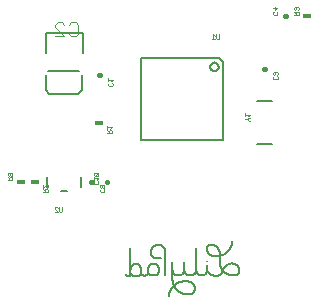
<source format=gbr>
G04 EAGLE Gerber RS-274X export*
G75*
%MOMM*%
%FSLAX34Y34*%
%LPD*%
%INSilkscreen Bottom*%
%IPPOS*%
%AMOC8*
5,1,8,0,0,1.08239X$1,22.5*%
G01*
%ADD10C,0.152400*%
%ADD11C,0.025400*%
%ADD12R,0.711200X0.406400*%
%ADD13C,0.406400*%
%ADD14C,0.203200*%
%ADD15C,0.101600*%


D10*
X-35050Y35050D02*
X-35050Y-35050D01*
X35050Y-35050D01*
X35050Y31500D01*
X31500Y35050D02*
X-35050Y35050D01*
X31500Y35050D02*
X35050Y31500D01*
X23840Y27432D02*
X23842Y27551D01*
X23848Y27671D01*
X23858Y27790D01*
X23872Y27908D01*
X23890Y28026D01*
X23911Y28144D01*
X23937Y28260D01*
X23966Y28376D01*
X24000Y28491D01*
X24037Y28604D01*
X24078Y28716D01*
X24122Y28827D01*
X24170Y28937D01*
X24222Y29044D01*
X24277Y29150D01*
X24336Y29254D01*
X24399Y29356D01*
X24464Y29455D01*
X24533Y29553D01*
X24605Y29648D01*
X24680Y29741D01*
X24759Y29831D01*
X24840Y29919D01*
X24924Y30003D01*
X25011Y30085D01*
X25100Y30164D01*
X25192Y30240D01*
X25287Y30313D01*
X25384Y30383D01*
X25483Y30449D01*
X25585Y30512D01*
X25688Y30572D01*
X25793Y30628D01*
X25900Y30681D01*
X26009Y30730D01*
X26120Y30776D01*
X26232Y30817D01*
X26345Y30855D01*
X26459Y30890D01*
X26575Y30920D01*
X26691Y30947D01*
X26808Y30969D01*
X26926Y30988D01*
X27045Y31003D01*
X27164Y31014D01*
X27283Y31021D01*
X27402Y31024D01*
X27522Y31023D01*
X27641Y31018D01*
X27760Y31009D01*
X27879Y30996D01*
X27997Y30979D01*
X28114Y30959D01*
X28231Y30934D01*
X28347Y30905D01*
X28462Y30873D01*
X28576Y30837D01*
X28689Y30797D01*
X28800Y30753D01*
X28909Y30706D01*
X29017Y30655D01*
X29124Y30601D01*
X29228Y30543D01*
X29330Y30481D01*
X29431Y30417D01*
X29529Y30348D01*
X29625Y30277D01*
X29718Y30203D01*
X29809Y30125D01*
X29897Y30045D01*
X29982Y29961D01*
X30065Y29875D01*
X30145Y29786D01*
X30222Y29695D01*
X30295Y29601D01*
X30366Y29504D01*
X30433Y29406D01*
X30497Y29305D01*
X30558Y29202D01*
X30615Y29097D01*
X30668Y28991D01*
X30718Y28882D01*
X30765Y28772D01*
X30807Y28661D01*
X30846Y28548D01*
X30882Y28434D01*
X30913Y28318D01*
X30940Y28202D01*
X30964Y28085D01*
X30984Y27967D01*
X31000Y27849D01*
X31012Y27730D01*
X31020Y27611D01*
X31024Y27492D01*
X31024Y27372D01*
X31020Y27253D01*
X31012Y27134D01*
X31000Y27015D01*
X30984Y26897D01*
X30964Y26779D01*
X30940Y26662D01*
X30913Y26546D01*
X30882Y26430D01*
X30846Y26316D01*
X30807Y26203D01*
X30765Y26092D01*
X30718Y25982D01*
X30668Y25873D01*
X30615Y25767D01*
X30558Y25662D01*
X30497Y25559D01*
X30433Y25458D01*
X30366Y25360D01*
X30295Y25263D01*
X30222Y25169D01*
X30145Y25078D01*
X30065Y24989D01*
X29982Y24903D01*
X29897Y24819D01*
X29809Y24739D01*
X29718Y24661D01*
X29625Y24587D01*
X29529Y24516D01*
X29431Y24447D01*
X29330Y24383D01*
X29228Y24321D01*
X29124Y24263D01*
X29017Y24209D01*
X28909Y24158D01*
X28800Y24111D01*
X28689Y24067D01*
X28576Y24027D01*
X28462Y23991D01*
X28347Y23959D01*
X28231Y23930D01*
X28114Y23905D01*
X27997Y23885D01*
X27879Y23868D01*
X27760Y23855D01*
X27641Y23846D01*
X27522Y23841D01*
X27402Y23840D01*
X27283Y23843D01*
X27164Y23850D01*
X27045Y23861D01*
X26926Y23876D01*
X26808Y23895D01*
X26691Y23917D01*
X26575Y23944D01*
X26459Y23974D01*
X26345Y24009D01*
X26232Y24047D01*
X26120Y24088D01*
X26009Y24134D01*
X25900Y24183D01*
X25793Y24236D01*
X25688Y24292D01*
X25585Y24352D01*
X25483Y24415D01*
X25384Y24481D01*
X25287Y24551D01*
X25192Y24624D01*
X25100Y24700D01*
X25011Y24779D01*
X24924Y24861D01*
X24840Y24945D01*
X24759Y25033D01*
X24680Y25123D01*
X24605Y25216D01*
X24533Y25311D01*
X24464Y25409D01*
X24399Y25508D01*
X24336Y25610D01*
X24277Y25714D01*
X24222Y25820D01*
X24170Y25927D01*
X24122Y26037D01*
X24078Y26148D01*
X24037Y26260D01*
X24000Y26373D01*
X23966Y26488D01*
X23937Y26604D01*
X23911Y26720D01*
X23890Y26838D01*
X23872Y26956D01*
X23858Y27074D01*
X23848Y27193D01*
X23842Y27313D01*
X23840Y27432D01*
D11*
X31623Y51563D02*
X31623Y54740D01*
X31623Y51563D02*
X30987Y50927D01*
X29716Y50927D01*
X29081Y51563D01*
X29081Y54740D01*
X27881Y53469D02*
X26610Y54740D01*
X26610Y50927D01*
X27881Y50927D02*
X25339Y50927D01*
D12*
X-70300Y-20000D03*
D11*
X-63188Y-28763D02*
X-59375Y-28763D01*
X-59375Y-26856D01*
X-60010Y-26221D01*
X-61281Y-26221D01*
X-61917Y-26856D01*
X-61917Y-28763D01*
X-61917Y-27492D02*
X-63188Y-26221D01*
X-60646Y-25021D02*
X-59375Y-23750D01*
X-63188Y-23750D01*
X-63188Y-25021D02*
X-63188Y-22479D01*
D12*
X105900Y70000D03*
D11*
X98791Y71533D02*
X94978Y71533D01*
X98791Y71533D02*
X98791Y73439D01*
X98156Y74075D01*
X96885Y74075D01*
X96249Y73439D01*
X96249Y71533D01*
X96249Y72804D02*
X94978Y74075D01*
X98156Y75275D02*
X98791Y75910D01*
X98791Y77182D01*
X98156Y77817D01*
X97520Y77817D01*
X96885Y77182D01*
X96885Y76546D01*
X96885Y77182D02*
X96249Y77817D01*
X95614Y77817D01*
X94978Y77182D01*
X94978Y75910D01*
X95614Y75275D01*
D13*
X-69395Y20000D02*
X-70005Y20000D01*
D11*
X-59410Y13779D02*
X-58775Y13144D01*
X-58775Y11873D01*
X-59410Y11237D01*
X-61952Y11237D01*
X-62588Y11873D01*
X-62588Y13144D01*
X-61952Y13779D01*
X-60046Y14979D02*
X-58775Y16250D01*
X-62588Y16250D01*
X-62588Y14979D02*
X-62588Y17521D01*
D14*
X-84000Y39000D02*
X-84000Y56000D01*
X-115500Y56000D01*
X-115500Y39000D01*
X-84500Y20000D02*
X-84500Y8000D01*
X-88000Y4000D01*
X-112500Y4000D01*
X-115500Y8000D01*
X-115500Y20000D01*
X-115500Y8000D01*
X-113110Y23910D02*
X-87140Y23910D01*
D15*
X-95604Y62953D02*
X-93655Y64902D01*
X-89757Y64902D01*
X-87808Y62953D01*
X-87808Y55157D01*
X-89757Y53208D01*
X-93655Y53208D01*
X-95604Y55157D01*
X-99502Y53208D02*
X-107298Y53208D01*
X-99502Y53208D02*
X-107298Y61004D01*
X-107298Y62953D01*
X-105349Y64902D01*
X-101451Y64902D01*
X-99502Y62953D01*
D13*
X69695Y25400D02*
X70305Y25400D01*
D11*
X80290Y19179D02*
X80925Y18544D01*
X80925Y17273D01*
X80290Y16637D01*
X77748Y16637D01*
X77112Y17273D01*
X77112Y18544D01*
X77748Y19179D01*
X80290Y20379D02*
X80925Y21015D01*
X80925Y22286D01*
X80290Y22921D01*
X79654Y22921D01*
X79019Y22286D01*
X79019Y21650D01*
X79019Y22286D02*
X78383Y22921D01*
X77748Y22921D01*
X77112Y22286D01*
X77112Y21015D01*
X77748Y20379D01*
D14*
X76500Y-38000D02*
X63500Y-38000D01*
X63500Y-2000D02*
X76500Y-2000D01*
D11*
X57176Y-18467D02*
X56541Y-18467D01*
X55270Y-17196D01*
X56541Y-15925D01*
X57176Y-15925D01*
X55270Y-17196D02*
X53363Y-17196D01*
X55905Y-14725D02*
X57176Y-13454D01*
X53363Y-13454D01*
X53363Y-14725D02*
X53363Y-12183D01*
D13*
X87495Y70000D02*
X88105Y70000D01*
D11*
X80691Y73439D02*
X80056Y74075D01*
X80691Y73439D02*
X80691Y72168D01*
X80056Y71533D01*
X77514Y71533D01*
X76878Y72168D01*
X76878Y73439D01*
X77514Y74075D01*
X76878Y77182D02*
X80691Y77182D01*
X78785Y75275D01*
X78785Y77817D01*
D13*
X-76295Y-70000D02*
X-76905Y-70000D01*
D11*
X-66310Y-76221D02*
X-65675Y-76856D01*
X-65675Y-78127D01*
X-66310Y-78763D01*
X-68852Y-78763D01*
X-69488Y-78127D01*
X-69488Y-76856D01*
X-68852Y-76221D01*
X-68852Y-75021D02*
X-69488Y-74385D01*
X-69488Y-73114D01*
X-68852Y-72479D01*
X-66310Y-72479D01*
X-65675Y-73114D01*
X-65675Y-74385D01*
X-66310Y-75021D01*
X-66946Y-75021D01*
X-67581Y-74385D01*
X-67581Y-72479D01*
D13*
X-63905Y-70000D02*
X-63295Y-70000D01*
D11*
X-70709Y-70303D02*
X-71344Y-69667D01*
X-70709Y-70303D02*
X-70709Y-71574D01*
X-71344Y-72209D01*
X-73886Y-72209D01*
X-74522Y-71574D01*
X-74522Y-70303D01*
X-73886Y-69667D01*
X-71980Y-68467D02*
X-70709Y-67196D01*
X-74522Y-67196D01*
X-74522Y-68467D02*
X-74522Y-65925D01*
X-73886Y-64725D02*
X-71344Y-64725D01*
X-70709Y-64090D01*
X-70709Y-62818D01*
X-71344Y-62183D01*
X-73886Y-62183D01*
X-74522Y-62818D01*
X-74522Y-64090D01*
X-73886Y-64725D01*
X-71344Y-62183D01*
D12*
X-136600Y-70000D03*
D11*
X-143709Y-68467D02*
X-147522Y-68467D01*
X-143709Y-68467D02*
X-143709Y-66561D01*
X-144344Y-65925D01*
X-145615Y-65925D01*
X-146251Y-66561D01*
X-146251Y-68467D01*
X-146251Y-67196D02*
X-147522Y-65925D01*
X-146886Y-64725D02*
X-147522Y-64090D01*
X-147522Y-62818D01*
X-146886Y-62183D01*
X-144344Y-62183D01*
X-143709Y-62818D01*
X-143709Y-64090D01*
X-144344Y-64725D01*
X-144980Y-64725D01*
X-145615Y-64090D01*
X-145615Y-62183D01*
D14*
X-85776Y-65706D02*
X-85776Y-74294D01*
X-114224Y-74294D02*
X-114224Y-65706D01*
X-102684Y-78104D02*
X-97316Y-78104D01*
D11*
X-101533Y-91714D02*
X-101533Y-94891D01*
X-102168Y-95527D01*
X-103439Y-95527D01*
X-104075Y-94891D01*
X-104075Y-91714D01*
X-105275Y-95527D02*
X-107817Y-95527D01*
X-105275Y-95527D02*
X-107817Y-92985D01*
X-107817Y-92349D01*
X-107182Y-91714D01*
X-105910Y-91714D01*
X-105275Y-92349D01*
D12*
X-124600Y-70000D03*
D11*
X-117488Y-78763D02*
X-113675Y-78763D01*
X-113675Y-76856D01*
X-114310Y-76221D01*
X-115581Y-76221D01*
X-116217Y-76856D01*
X-116217Y-78763D01*
X-116217Y-77492D02*
X-117488Y-76221D01*
X-117488Y-75021D02*
X-117488Y-72479D01*
X-117488Y-75021D02*
X-114946Y-72479D01*
X-114310Y-72479D01*
X-113675Y-73114D01*
X-113675Y-74385D01*
X-114310Y-75021D01*
D14*
X-14100Y-128350D02*
X-14100Y-149350D01*
X-14100Y-128350D02*
X-14115Y-128204D01*
X-14134Y-128058D01*
X-14157Y-127913D01*
X-14184Y-127768D01*
X-14215Y-127624D01*
X-14249Y-127481D01*
X-14288Y-127339D01*
X-14330Y-127199D01*
X-14375Y-127059D01*
X-14425Y-126920D01*
X-14478Y-126783D01*
X-14535Y-126648D01*
X-14595Y-126514D01*
X-14659Y-126381D01*
X-14727Y-126251D01*
X-14798Y-126122D01*
X-14872Y-125995D01*
X-14950Y-125870D01*
X-15031Y-125747D01*
X-15115Y-125627D01*
X-15202Y-125509D01*
X-15293Y-125393D01*
X-15386Y-125279D01*
X-15483Y-125168D01*
X-15582Y-125060D01*
X-15685Y-124955D01*
X-15790Y-124852D01*
X-15898Y-124752D01*
X-16008Y-124655D01*
X-16121Y-124560D01*
X-16236Y-124469D01*
X-16354Y-124381D01*
X-16474Y-124297D01*
X-16597Y-124215D01*
X-16721Y-124137D01*
X-16848Y-124062D01*
X-16976Y-123990D01*
X-17106Y-123922D01*
X-17238Y-123857D01*
X-17372Y-123796D01*
X-17508Y-123739D01*
X-17644Y-123685D01*
X-17783Y-123635D01*
X-17922Y-123588D01*
X-18063Y-123545D01*
X-18204Y-123506D01*
X-18347Y-123471D01*
X-18491Y-123440D01*
X-18635Y-123412D01*
X-18780Y-123388D01*
X-18926Y-123368D01*
X-19072Y-123352D01*
X-19219Y-123340D01*
X-19366Y-123332D01*
X-19513Y-123328D01*
X-19660Y-123327D01*
X-19807Y-123331D01*
X-19953Y-123338D01*
X-20100Y-123350D01*
X-20246Y-123338D01*
X-20393Y-123331D01*
X-20540Y-123327D01*
X-20687Y-123328D01*
X-20834Y-123332D01*
X-20981Y-123340D01*
X-21128Y-123352D01*
X-21274Y-123368D01*
X-21419Y-123388D01*
X-21565Y-123412D01*
X-21709Y-123440D01*
X-21853Y-123471D01*
X-21995Y-123506D01*
X-22137Y-123545D01*
X-22278Y-123588D01*
X-22417Y-123635D01*
X-22555Y-123685D01*
X-22692Y-123739D01*
X-22827Y-123796D01*
X-22961Y-123858D01*
X-23093Y-123922D01*
X-23224Y-123990D01*
X-23352Y-124062D01*
X-23478Y-124137D01*
X-23603Y-124215D01*
X-23725Y-124297D01*
X-23845Y-124382D01*
X-23963Y-124470D01*
X-24079Y-124561D01*
X-24192Y-124655D01*
X-24302Y-124752D01*
X-24410Y-124852D01*
X-24515Y-124955D01*
X-24617Y-125060D01*
X-24717Y-125169D01*
X-24813Y-125280D01*
X-24907Y-125393D01*
X-24997Y-125509D01*
X-25085Y-125627D01*
X-25169Y-125748D01*
X-25250Y-125870D01*
X-25327Y-125995D01*
X-25402Y-126122D01*
X-25473Y-126251D01*
X-25540Y-126381D01*
X-25604Y-126514D01*
X-25665Y-126648D01*
X-25721Y-126783D01*
X-25775Y-126921D01*
X-25824Y-127059D01*
X-25870Y-127199D01*
X-25912Y-127340D01*
X-25951Y-127481D01*
X-25985Y-127624D01*
X-26016Y-127768D01*
X-26043Y-127913D01*
X-26066Y-128058D01*
X-26085Y-128204D01*
X-26100Y-128350D01*
X-26100Y-130350D01*
X-26091Y-130486D01*
X-26078Y-130621D01*
X-26061Y-130756D01*
X-26041Y-130890D01*
X-26016Y-131023D01*
X-25988Y-131156D01*
X-25956Y-131288D01*
X-25920Y-131419D01*
X-25881Y-131549D01*
X-25837Y-131678D01*
X-25790Y-131806D01*
X-25740Y-131932D01*
X-25686Y-132056D01*
X-25628Y-132179D01*
X-25567Y-132301D01*
X-25502Y-132420D01*
X-25434Y-132538D01*
X-25363Y-132653D01*
X-25289Y-132767D01*
X-25211Y-132878D01*
X-25130Y-132988D01*
X-25046Y-133094D01*
X-24959Y-133199D01*
X-24869Y-133300D01*
X-24776Y-133400D01*
X-24680Y-133496D01*
X-24582Y-133590D01*
X-24481Y-133681D01*
X-24378Y-133769D01*
X-24272Y-133854D01*
X-24163Y-133936D01*
X-24053Y-134014D01*
X-23940Y-134090D01*
X-23825Y-134162D01*
X-23708Y-134231D01*
X-23589Y-134297D01*
X-23468Y-134359D01*
X-23345Y-134418D01*
X-23221Y-134473D01*
X-23096Y-134525D01*
X-22969Y-134573D01*
X-22840Y-134617D01*
X-22711Y-134658D01*
X-22580Y-134695D01*
X-22448Y-134728D01*
X-22316Y-134758D01*
X-22182Y-134783D01*
X-22048Y-134805D01*
X-21914Y-134823D01*
X-21778Y-134838D01*
X-21643Y-134848D01*
X-21507Y-134854D01*
X-21371Y-134857D01*
X-21236Y-134856D01*
X-21100Y-134850D01*
X-18100Y-134850D01*
X-28600Y-145350D02*
X-28615Y-145467D01*
X-28626Y-145585D01*
X-28633Y-145703D01*
X-28636Y-145821D01*
X-28635Y-145939D01*
X-28630Y-146057D01*
X-28621Y-146175D01*
X-28608Y-146293D01*
X-28591Y-146409D01*
X-28571Y-146526D01*
X-28546Y-146641D01*
X-28518Y-146756D01*
X-28486Y-146870D01*
X-28450Y-146982D01*
X-28410Y-147094D01*
X-28367Y-147204D01*
X-28320Y-147312D01*
X-28269Y-147419D01*
X-28215Y-147524D01*
X-28157Y-147627D01*
X-28096Y-147728D01*
X-28032Y-147827D01*
X-27964Y-147924D01*
X-27893Y-148019D01*
X-27819Y-148111D01*
X-27742Y-148200D01*
X-27662Y-148287D01*
X-27579Y-148371D01*
X-27493Y-148453D01*
X-27405Y-148531D01*
X-27314Y-148607D01*
X-27221Y-148679D01*
X-27125Y-148749D01*
X-27027Y-148815D01*
X-26927Y-148877D01*
X-26825Y-148937D01*
X-26721Y-148993D01*
X-26615Y-149045D01*
X-26507Y-149094D01*
X-26398Y-149139D01*
X-26287Y-149181D01*
X-26175Y-149219D01*
X-26062Y-149253D01*
X-25948Y-149283D01*
X-25833Y-149309D01*
X-25717Y-149332D01*
X-25600Y-149350D01*
X-23600Y-149350D01*
X-23469Y-149334D01*
X-23339Y-149314D01*
X-23210Y-149290D01*
X-23081Y-149262D01*
X-22953Y-149230D01*
X-22826Y-149195D01*
X-22700Y-149156D01*
X-22576Y-149114D01*
X-22452Y-149068D01*
X-22330Y-149018D01*
X-22210Y-148965D01*
X-22091Y-148908D01*
X-21974Y-148848D01*
X-21858Y-148784D01*
X-21745Y-148717D01*
X-21633Y-148647D01*
X-21524Y-148574D01*
X-21417Y-148497D01*
X-21312Y-148418D01*
X-21209Y-148335D01*
X-21109Y-148250D01*
X-21012Y-148161D01*
X-20917Y-148070D01*
X-20824Y-147976D01*
X-20735Y-147879D01*
X-20648Y-147780D01*
X-20564Y-147679D01*
X-20483Y-147575D01*
X-20406Y-147468D01*
X-20331Y-147360D01*
X-20260Y-147249D01*
X-20192Y-147136D01*
X-20127Y-147022D01*
X-20065Y-146905D01*
X-20007Y-146787D01*
X-19953Y-146667D01*
X-19902Y-146546D01*
X-19854Y-146423D01*
X-19810Y-146299D01*
X-19770Y-146173D01*
X-19733Y-146047D01*
X-19700Y-145919D01*
X-19671Y-145791D01*
X-19645Y-145662D01*
X-19624Y-145532D01*
X-19606Y-145401D01*
X-19592Y-145270D01*
X-19581Y-145139D01*
X-19575Y-145007D01*
X-19572Y-144876D01*
X-19573Y-144744D01*
X-19578Y-144612D01*
X-19587Y-144481D01*
X-19600Y-144350D01*
X-19587Y-144219D01*
X-19578Y-144088D01*
X-19573Y-143956D01*
X-19572Y-143824D01*
X-19575Y-143693D01*
X-19581Y-143561D01*
X-19592Y-143430D01*
X-19606Y-143299D01*
X-19624Y-143168D01*
X-19645Y-143038D01*
X-19671Y-142909D01*
X-19700Y-142781D01*
X-19733Y-142653D01*
X-19770Y-142527D01*
X-19810Y-142401D01*
X-19854Y-142277D01*
X-19902Y-142154D01*
X-19953Y-142033D01*
X-20007Y-141913D01*
X-20065Y-141795D01*
X-20127Y-141678D01*
X-20192Y-141564D01*
X-20260Y-141451D01*
X-20331Y-141340D01*
X-20406Y-141232D01*
X-20483Y-141125D01*
X-20564Y-141021D01*
X-20648Y-140920D01*
X-20735Y-140821D01*
X-20824Y-140724D01*
X-20917Y-140630D01*
X-21012Y-140539D01*
X-21109Y-140450D01*
X-21209Y-140365D01*
X-21312Y-140282D01*
X-21417Y-140203D01*
X-21524Y-140126D01*
X-21633Y-140053D01*
X-21745Y-139983D01*
X-21858Y-139916D01*
X-21974Y-139852D01*
X-22091Y-139792D01*
X-22210Y-139735D01*
X-22330Y-139682D01*
X-22452Y-139632D01*
X-22576Y-139586D01*
X-22700Y-139544D01*
X-22826Y-139505D01*
X-22953Y-139470D01*
X-23081Y-139438D01*
X-23210Y-139410D01*
X-23339Y-139386D01*
X-23469Y-139366D01*
X-23600Y-139350D01*
X-24600Y-139350D01*
X-24726Y-139352D01*
X-24851Y-139358D01*
X-24976Y-139368D01*
X-25101Y-139382D01*
X-25226Y-139399D01*
X-25350Y-139421D01*
X-25473Y-139446D01*
X-25595Y-139476D01*
X-25716Y-139509D01*
X-25836Y-139546D01*
X-25955Y-139586D01*
X-26072Y-139631D01*
X-26189Y-139679D01*
X-26303Y-139731D01*
X-26416Y-139786D01*
X-26527Y-139845D01*
X-26636Y-139907D01*
X-26743Y-139973D01*
X-26848Y-140042D01*
X-26951Y-140114D01*
X-27052Y-140189D01*
X-27150Y-140268D01*
X-27245Y-140350D01*
X-27338Y-140434D01*
X-27428Y-140522D01*
X-27516Y-140612D01*
X-27600Y-140705D01*
X-27682Y-140800D01*
X-27761Y-140898D01*
X-27836Y-140999D01*
X-27908Y-141102D01*
X-27977Y-141207D01*
X-28043Y-141314D01*
X-28105Y-141423D01*
X-28164Y-141534D01*
X-28219Y-141647D01*
X-28271Y-141761D01*
X-28319Y-141878D01*
X-28364Y-141995D01*
X-28404Y-142114D01*
X-28441Y-142234D01*
X-28474Y-142355D01*
X-28504Y-142477D01*
X-28529Y-142600D01*
X-28551Y-142724D01*
X-28568Y-142849D01*
X-28582Y-142974D01*
X-28592Y-143099D01*
X-28598Y-143224D01*
X-28600Y-143350D01*
X-28600Y-145350D01*
X-28577Y-145461D01*
X-28557Y-145574D01*
X-28541Y-145686D01*
X-28529Y-145800D01*
X-28520Y-145913D01*
X-28516Y-146027D01*
X-28515Y-146141D01*
X-28519Y-146255D01*
X-28526Y-146368D01*
X-28537Y-146482D01*
X-28552Y-146595D01*
X-28571Y-146707D01*
X-28593Y-146818D01*
X-28620Y-146929D01*
X-28650Y-147039D01*
X-28684Y-147148D01*
X-28721Y-147255D01*
X-28763Y-147361D01*
X-28808Y-147466D01*
X-28856Y-147569D01*
X-28908Y-147670D01*
X-28963Y-147770D01*
X-29022Y-147868D01*
X-29084Y-147963D01*
X-29149Y-148056D01*
X-29218Y-148147D01*
X-29289Y-148236D01*
X-29363Y-148322D01*
X-29441Y-148406D01*
X-29521Y-148487D01*
X-29604Y-148565D01*
X-29689Y-148640D01*
X-29777Y-148713D01*
X-29868Y-148782D01*
X-29960Y-148848D01*
X-30055Y-148911D01*
X-30152Y-148970D01*
X-30251Y-149027D01*
X-30352Y-149080D01*
X-30455Y-149129D01*
X-30559Y-149175D01*
X-30665Y-149217D01*
X-30772Y-149256D01*
X-30880Y-149291D01*
X-30990Y-149322D01*
X-31100Y-149350D01*
X-31203Y-149376D01*
X-31308Y-149398D01*
X-31413Y-149416D01*
X-31518Y-149431D01*
X-31624Y-149441D01*
X-31731Y-149448D01*
X-31837Y-149450D01*
X-31944Y-149448D01*
X-32050Y-149443D01*
X-32156Y-149433D01*
X-32262Y-149420D01*
X-32367Y-149403D01*
X-32472Y-149381D01*
X-32575Y-149356D01*
X-32678Y-149327D01*
X-32779Y-149294D01*
X-32879Y-149258D01*
X-32978Y-149217D01*
X-33075Y-149173D01*
X-33170Y-149126D01*
X-33264Y-149074D01*
X-33356Y-149020D01*
X-33445Y-148962D01*
X-33532Y-148901D01*
X-33617Y-148836D01*
X-33699Y-148768D01*
X-33779Y-148698D01*
X-33856Y-148624D01*
X-33931Y-148548D01*
X-34002Y-148469D01*
X-34070Y-148387D01*
X-34136Y-148303D01*
X-34198Y-148216D01*
X-34256Y-148127D01*
X-34312Y-148036D01*
X-34364Y-147943D01*
X-34412Y-147848D01*
X-34457Y-147751D01*
X-34498Y-147653D01*
X-34536Y-147553D01*
X-34570Y-147452D01*
X-34600Y-147350D01*
X-34600Y-146850D01*
X-34600Y-144350D01*
X-34594Y-144214D01*
X-34593Y-144078D01*
X-34596Y-143943D01*
X-34602Y-143807D01*
X-34612Y-143671D01*
X-34627Y-143536D01*
X-34645Y-143402D01*
X-34666Y-143268D01*
X-34692Y-143134D01*
X-34722Y-143002D01*
X-34755Y-142870D01*
X-34792Y-142739D01*
X-34833Y-142609D01*
X-34877Y-142481D01*
X-34925Y-142354D01*
X-34977Y-142228D01*
X-35032Y-142104D01*
X-35091Y-141982D01*
X-35153Y-141861D01*
X-35219Y-141742D01*
X-35288Y-141625D01*
X-35360Y-141510D01*
X-35435Y-141397D01*
X-35514Y-141286D01*
X-35596Y-141178D01*
X-35681Y-141072D01*
X-35769Y-140969D01*
X-35860Y-140868D01*
X-35954Y-140769D01*
X-36050Y-140674D01*
X-36149Y-140581D01*
X-36251Y-140491D01*
X-36355Y-140404D01*
X-36462Y-140320D01*
X-36571Y-140239D01*
X-36683Y-140161D01*
X-36796Y-140087D01*
X-36912Y-140015D01*
X-37030Y-139947D01*
X-37149Y-139883D01*
X-37271Y-139822D01*
X-37394Y-139764D01*
X-37518Y-139710D01*
X-37644Y-139659D01*
X-37772Y-139612D01*
X-37901Y-139569D01*
X-38031Y-139530D01*
X-38162Y-139494D01*
X-38294Y-139462D01*
X-38426Y-139434D01*
X-38560Y-139409D01*
X-38694Y-139388D01*
X-38829Y-139372D01*
X-38964Y-139359D01*
X-39100Y-139350D01*
X-39240Y-139366D01*
X-39380Y-139386D01*
X-39518Y-139410D01*
X-39657Y-139437D01*
X-39794Y-139469D01*
X-39930Y-139504D01*
X-40066Y-139544D01*
X-40200Y-139587D01*
X-40333Y-139633D01*
X-40465Y-139684D01*
X-40595Y-139738D01*
X-40723Y-139796D01*
X-40850Y-139857D01*
X-40975Y-139922D01*
X-41099Y-139990D01*
X-41220Y-140062D01*
X-41339Y-140137D01*
X-41456Y-140216D01*
X-41571Y-140297D01*
X-41684Y-140382D01*
X-41794Y-140470D01*
X-41901Y-140561D01*
X-42006Y-140656D01*
X-42108Y-140753D01*
X-42208Y-140852D01*
X-42305Y-140955D01*
X-42398Y-141060D01*
X-42489Y-141168D01*
X-42577Y-141278D01*
X-42661Y-141391D01*
X-42743Y-141506D01*
X-42821Y-141623D01*
X-42896Y-141743D01*
X-42967Y-141864D01*
X-43035Y-141988D01*
X-43100Y-142113D01*
X-43161Y-142240D01*
X-43218Y-142369D01*
X-43272Y-142499D01*
X-43322Y-142631D01*
X-43368Y-142764D01*
X-43411Y-142899D01*
X-43450Y-143034D01*
X-43485Y-143171D01*
X-43516Y-143308D01*
X-43543Y-143446D01*
X-43566Y-143585D01*
X-43586Y-143725D01*
X-43602Y-143865D01*
X-43613Y-144005D01*
X-43621Y-144146D01*
X-43625Y-144287D01*
X-43624Y-144428D01*
X-43620Y-144569D01*
X-43612Y-144710D01*
X-43600Y-144850D01*
X-43629Y-144973D01*
X-43654Y-145097D01*
X-43675Y-145221D01*
X-43692Y-145346D01*
X-43706Y-145472D01*
X-43715Y-145598D01*
X-43721Y-145724D01*
X-43723Y-145850D01*
X-43721Y-145976D01*
X-43715Y-146102D01*
X-43706Y-146228D01*
X-43692Y-146354D01*
X-43675Y-146479D01*
X-43654Y-146603D01*
X-43629Y-146727D01*
X-43600Y-146850D01*
X-43567Y-146973D01*
X-43531Y-147095D01*
X-43490Y-147216D01*
X-43446Y-147335D01*
X-43399Y-147453D01*
X-43347Y-147570D01*
X-43292Y-147685D01*
X-43234Y-147798D01*
X-43172Y-147909D01*
X-43107Y-148018D01*
X-43038Y-148126D01*
X-42966Y-148231D01*
X-42891Y-148333D01*
X-42813Y-148434D01*
X-42732Y-148532D01*
X-42647Y-148627D01*
X-42560Y-148720D01*
X-42470Y-148810D01*
X-42377Y-148897D01*
X-42282Y-148982D01*
X-42184Y-149063D01*
X-42083Y-149141D01*
X-41981Y-149216D01*
X-41876Y-149288D01*
X-41768Y-149357D01*
X-41659Y-149422D01*
X-41548Y-149484D01*
X-41435Y-149542D01*
X-41320Y-149597D01*
X-41203Y-149649D01*
X-41085Y-149696D01*
X-40966Y-149740D01*
X-40845Y-149781D01*
X-40723Y-149817D01*
X-40600Y-149850D01*
X-40471Y-149891D01*
X-40341Y-149928D01*
X-40209Y-149961D01*
X-40077Y-149991D01*
X-39944Y-150017D01*
X-39811Y-150039D01*
X-39676Y-150058D01*
X-39542Y-150072D01*
X-39407Y-150083D01*
X-39271Y-150090D01*
X-39136Y-150093D01*
X-39001Y-150092D01*
X-38865Y-150087D01*
X-38730Y-150079D01*
X-38595Y-150066D01*
X-38461Y-150050D01*
X-38327Y-150030D01*
X-38193Y-150006D01*
X-38061Y-149978D01*
X-37929Y-149946D01*
X-37798Y-149911D01*
X-37669Y-149872D01*
X-37540Y-149829D01*
X-37413Y-149783D01*
X-37287Y-149733D01*
X-37162Y-149679D01*
X-37040Y-149622D01*
X-36919Y-149562D01*
X-36799Y-149498D01*
X-36682Y-149430D01*
X-36566Y-149359D01*
X-36453Y-149285D01*
X-36341Y-149208D01*
X-36232Y-149128D01*
X-36126Y-149044D01*
X-36021Y-148958D01*
X-35920Y-148869D01*
X-35820Y-148776D01*
X-35724Y-148681D01*
X-35630Y-148584D01*
X-35539Y-148483D01*
X-35451Y-148380D01*
X-35366Y-148275D01*
X-35284Y-148167D01*
X-35205Y-148057D01*
X-35130Y-147944D01*
X-35057Y-147830D01*
X-34988Y-147714D01*
X-34922Y-147595D01*
X-34860Y-147475D01*
X-34801Y-147353D01*
X-34745Y-147229D01*
X-34693Y-147104D01*
X-34645Y-146978D01*
X-34600Y-146850D01*
X-43600Y-146850D02*
X-43600Y-147850D01*
X-43602Y-147937D01*
X-43608Y-148024D01*
X-43617Y-148111D01*
X-43630Y-148197D01*
X-43647Y-148283D01*
X-43668Y-148368D01*
X-43693Y-148451D01*
X-43721Y-148534D01*
X-43752Y-148615D01*
X-43787Y-148695D01*
X-43826Y-148773D01*
X-43868Y-148850D01*
X-43913Y-148925D01*
X-43962Y-148997D01*
X-44013Y-149068D01*
X-44068Y-149136D01*
X-44125Y-149201D01*
X-44186Y-149264D01*
X-44249Y-149325D01*
X-44314Y-149382D01*
X-44382Y-149437D01*
X-44453Y-149488D01*
X-44525Y-149537D01*
X-44600Y-149582D01*
X-44677Y-149624D01*
X-44755Y-149663D01*
X-44835Y-149698D01*
X-44916Y-149729D01*
X-44999Y-149757D01*
X-45082Y-149782D01*
X-45167Y-149803D01*
X-45253Y-149820D01*
X-45339Y-149833D01*
X-45426Y-149842D01*
X-45513Y-149848D01*
X-45600Y-149850D01*
X-45687Y-149848D01*
X-45774Y-149842D01*
X-45861Y-149833D01*
X-45947Y-149820D01*
X-46033Y-149803D01*
X-46118Y-149782D01*
X-46201Y-149757D01*
X-46284Y-149729D01*
X-46365Y-149698D01*
X-46445Y-149663D01*
X-46523Y-149624D01*
X-46600Y-149582D01*
X-46675Y-149537D01*
X-46747Y-149488D01*
X-46818Y-149437D01*
X-46886Y-149382D01*
X-46951Y-149325D01*
X-47014Y-149264D01*
X-47075Y-149201D01*
X-47132Y-149136D01*
X-47187Y-149068D01*
X-47238Y-148997D01*
X-47287Y-148925D01*
X-47332Y-148850D01*
X-47374Y-148773D01*
X-47413Y-148695D01*
X-47448Y-148615D01*
X-47479Y-148534D01*
X-47507Y-148451D01*
X-47532Y-148368D01*
X-47553Y-148283D01*
X-47570Y-148197D01*
X-47583Y-148111D01*
X-47592Y-148024D01*
X-47598Y-147937D01*
X-47600Y-147850D01*
X-43600Y-145850D02*
X-43600Y-125850D01*
X21400Y-136850D02*
X21400Y-137350D01*
X29400Y-132850D02*
X29714Y-132846D01*
X30028Y-132835D01*
X30342Y-132816D01*
X30655Y-132789D01*
X30967Y-132755D01*
X31278Y-132714D01*
X31589Y-132664D01*
X31898Y-132608D01*
X32205Y-132544D01*
X32511Y-132472D01*
X32815Y-132393D01*
X33117Y-132307D01*
X33417Y-132214D01*
X33715Y-132113D01*
X34010Y-132005D01*
X34302Y-131890D01*
X34592Y-131768D01*
X34878Y-131639D01*
X35161Y-131504D01*
X35441Y-131361D01*
X35718Y-131212D01*
X35990Y-131056D01*
X36259Y-130893D01*
X36524Y-130724D01*
X36785Y-130549D01*
X37041Y-130367D01*
X37293Y-130180D01*
X37540Y-129986D01*
X37783Y-129786D01*
X38021Y-129581D01*
X38253Y-129369D01*
X38481Y-129153D01*
X38703Y-128931D01*
X38919Y-128703D01*
X39131Y-128471D01*
X39336Y-128233D01*
X39536Y-127990D01*
X39730Y-127743D01*
X39917Y-127491D01*
X40099Y-127235D01*
X40274Y-126974D01*
X40443Y-126709D01*
X40606Y-126440D01*
X40762Y-126168D01*
X40911Y-125891D01*
X41054Y-125611D01*
X41189Y-125328D01*
X41318Y-125042D01*
X41440Y-124752D01*
X41555Y-124460D01*
X41663Y-124165D01*
X41764Y-123867D01*
X41857Y-123567D01*
X41943Y-123265D01*
X42022Y-122961D01*
X42094Y-122655D01*
X42158Y-122348D01*
X42214Y-122039D01*
X42264Y-121728D01*
X42305Y-121417D01*
X42339Y-121105D01*
X42366Y-120792D01*
X42385Y-120478D01*
X42396Y-120164D01*
X42400Y-119850D01*
X29400Y-132850D02*
X27900Y-132850D01*
X27737Y-132854D01*
X27574Y-132855D01*
X27410Y-132851D01*
X27247Y-132843D01*
X27085Y-132831D01*
X26922Y-132816D01*
X26760Y-132796D01*
X26598Y-132773D01*
X26438Y-132745D01*
X26277Y-132714D01*
X26118Y-132679D01*
X25959Y-132640D01*
X25802Y-132597D01*
X25645Y-132551D01*
X25490Y-132500D01*
X25336Y-132446D01*
X25183Y-132389D01*
X25032Y-132327D01*
X24882Y-132262D01*
X24734Y-132193D01*
X24588Y-132121D01*
X24443Y-132045D01*
X24301Y-131966D01*
X24160Y-131883D01*
X24021Y-131797D01*
X23884Y-131708D01*
X23750Y-131615D01*
X23618Y-131520D01*
X23488Y-131421D01*
X23361Y-131319D01*
X23236Y-131213D01*
X23114Y-131105D01*
X22994Y-130994D01*
X22877Y-130880D01*
X22763Y-130763D01*
X22652Y-130644D01*
X22543Y-130522D01*
X22438Y-130397D01*
X22336Y-130270D01*
X22237Y-130140D01*
X22141Y-130008D01*
X22048Y-129874D01*
X21958Y-129738D01*
X21872Y-129599D01*
X21789Y-129458D01*
X21710Y-129316D01*
X21634Y-129171D01*
X21561Y-129025D01*
X21492Y-128877D01*
X21427Y-128727D01*
X21365Y-128576D01*
X21307Y-128424D01*
X21253Y-128270D01*
X21202Y-128115D01*
X21156Y-127958D01*
X21113Y-127801D01*
X21073Y-127642D01*
X21038Y-127483D01*
X21007Y-127323D01*
X20979Y-127162D01*
X20955Y-127000D01*
X20935Y-126838D01*
X20920Y-126676D01*
X20908Y-126513D01*
X20900Y-126350D01*
X20902Y-126243D01*
X20908Y-126136D01*
X20917Y-126029D01*
X20931Y-125923D01*
X20948Y-125817D01*
X20969Y-125712D01*
X20993Y-125608D01*
X21022Y-125505D01*
X21054Y-125403D01*
X21089Y-125302D01*
X21128Y-125202D01*
X21171Y-125104D01*
X21217Y-125007D01*
X21267Y-124912D01*
X21320Y-124819D01*
X21376Y-124728D01*
X21436Y-124639D01*
X21498Y-124552D01*
X21564Y-124468D01*
X21633Y-124385D01*
X21704Y-124306D01*
X21779Y-124229D01*
X21856Y-124154D01*
X21935Y-124083D01*
X22018Y-124014D01*
X22102Y-123948D01*
X22189Y-123886D01*
X22278Y-123826D01*
X22369Y-123770D01*
X22462Y-123717D01*
X22557Y-123667D01*
X22654Y-123621D01*
X22752Y-123578D01*
X22852Y-123539D01*
X22953Y-123504D01*
X23055Y-123472D01*
X23158Y-123443D01*
X23262Y-123419D01*
X23367Y-123398D01*
X23473Y-123381D01*
X23579Y-123367D01*
X23686Y-123358D01*
X23793Y-123352D01*
X23900Y-123350D01*
X34400Y-145350D02*
X34445Y-145160D01*
X34495Y-144972D01*
X34550Y-144785D01*
X34609Y-144599D01*
X34673Y-144415D01*
X34741Y-144232D01*
X34813Y-144051D01*
X34890Y-143872D01*
X34972Y-143695D01*
X35058Y-143519D01*
X35148Y-143346D01*
X35242Y-143176D01*
X35340Y-143007D01*
X35443Y-142841D01*
X35549Y-142678D01*
X35660Y-142517D01*
X35774Y-142360D01*
X35892Y-142205D01*
X36014Y-142052D01*
X36140Y-141903D01*
X36269Y-141757D01*
X36402Y-141615D01*
X36539Y-141475D01*
X36678Y-141339D01*
X36821Y-141207D01*
X36968Y-141078D01*
X37117Y-140952D01*
X37269Y-140831D01*
X37425Y-140713D01*
X37583Y-140599D01*
X37744Y-140489D01*
X37907Y-140383D01*
X38074Y-140280D01*
X38242Y-140183D01*
X38413Y-140089D01*
X38586Y-139999D01*
X38762Y-139914D01*
X38939Y-139833D01*
X39118Y-139756D01*
X39299Y-139684D01*
X39482Y-139616D01*
X39667Y-139553D01*
X39853Y-139494D01*
X40040Y-139440D01*
X40229Y-139391D01*
X40418Y-139346D01*
X40609Y-139306D01*
X40801Y-139270D01*
X40994Y-139240D01*
X41187Y-139214D01*
X41381Y-139192D01*
X41575Y-139176D01*
X41770Y-139164D01*
X41964Y-139157D01*
X42159Y-139155D01*
X42354Y-139158D01*
X42549Y-139165D01*
X42744Y-139177D01*
X42938Y-139194D01*
X43132Y-139216D01*
X43325Y-139242D01*
X43518Y-139274D01*
X43709Y-139310D01*
X43900Y-139350D01*
X24900Y-123350D02*
X23900Y-123350D01*
X24900Y-123350D02*
X25069Y-123352D01*
X25238Y-123358D01*
X25407Y-123368D01*
X25576Y-123383D01*
X25744Y-123401D01*
X25911Y-123423D01*
X26078Y-123450D01*
X26245Y-123480D01*
X26410Y-123515D01*
X26575Y-123553D01*
X26739Y-123596D01*
X26902Y-123642D01*
X27063Y-123693D01*
X27223Y-123747D01*
X27382Y-123805D01*
X27540Y-123867D01*
X27696Y-123932D01*
X27850Y-124002D01*
X28002Y-124075D01*
X28153Y-124152D01*
X28302Y-124232D01*
X28449Y-124316D01*
X28593Y-124404D01*
X28736Y-124495D01*
X28876Y-124589D01*
X29014Y-124687D01*
X29150Y-124788D01*
X29283Y-124892D01*
X29414Y-125000D01*
X29542Y-125110D01*
X29667Y-125224D01*
X29790Y-125341D01*
X29909Y-125460D01*
X30026Y-125583D01*
X30140Y-125708D01*
X30250Y-125836D01*
X30358Y-125967D01*
X30462Y-126100D01*
X30563Y-126236D01*
X30661Y-126374D01*
X30755Y-126514D01*
X30846Y-126657D01*
X30934Y-126801D01*
X31018Y-126948D01*
X31098Y-127097D01*
X31175Y-127248D01*
X31248Y-127400D01*
X31318Y-127554D01*
X31383Y-127710D01*
X31445Y-127868D01*
X31503Y-128027D01*
X31557Y-128187D01*
X31608Y-128348D01*
X31654Y-128511D01*
X31697Y-128675D01*
X31735Y-128840D01*
X31770Y-129005D01*
X31800Y-129172D01*
X31827Y-129339D01*
X31849Y-129506D01*
X31867Y-129674D01*
X31882Y-129843D01*
X31892Y-130012D01*
X31898Y-130181D01*
X31900Y-130350D01*
X43900Y-139350D02*
X44042Y-139373D01*
X44183Y-139399D01*
X44324Y-139428D01*
X44463Y-139462D01*
X44602Y-139500D01*
X44739Y-139541D01*
X44876Y-139586D01*
X45011Y-139634D01*
X45145Y-139686D01*
X45277Y-139742D01*
X45408Y-139802D01*
X45537Y-139865D01*
X45664Y-139931D01*
X45790Y-140001D01*
X45913Y-140074D01*
X46035Y-140150D01*
X46154Y-140230D01*
X46272Y-140313D01*
X46387Y-140399D01*
X46499Y-140488D01*
X46609Y-140581D01*
X46717Y-140676D01*
X46822Y-140774D01*
X46924Y-140875D01*
X47024Y-140978D01*
X47120Y-141084D01*
X47214Y-141193D01*
X47305Y-141304D01*
X47392Y-141418D01*
X47477Y-141534D01*
X47558Y-141653D01*
X47637Y-141773D01*
X47712Y-141896D01*
X47783Y-142020D01*
X47851Y-142146D01*
X47916Y-142275D01*
X47977Y-142405D01*
X48035Y-142536D01*
X48089Y-142669D01*
X48139Y-142804D01*
X48186Y-142939D01*
X48229Y-143076D01*
X48269Y-143214D01*
X48304Y-143354D01*
X48336Y-143494D01*
X48364Y-143634D01*
X48389Y-143776D01*
X48409Y-143918D01*
X48426Y-144061D01*
X48438Y-144204D01*
X48447Y-144347D01*
X48452Y-144491D01*
X48453Y-144634D01*
X48450Y-144778D01*
X48443Y-144921D01*
X48433Y-145065D01*
X48418Y-145208D01*
X48400Y-145350D01*
X31900Y-137350D02*
X31900Y-130350D01*
X31900Y-137350D02*
X31904Y-137640D01*
X31914Y-137930D01*
X31932Y-138219D01*
X31956Y-138508D01*
X31987Y-138796D01*
X32026Y-139084D01*
X32071Y-139370D01*
X32124Y-139656D01*
X32183Y-139939D01*
X32249Y-140222D01*
X32321Y-140502D01*
X32401Y-140781D01*
X32487Y-141058D01*
X32580Y-141333D01*
X32680Y-141605D01*
X32786Y-141875D01*
X32898Y-142142D01*
X33018Y-142407D01*
X33143Y-142668D01*
X33275Y-142927D01*
X33412Y-143182D01*
X33556Y-143434D01*
X33706Y-143682D01*
X33862Y-143926D01*
X34024Y-144167D01*
X34192Y-144403D01*
X34365Y-144636D01*
X34544Y-144864D01*
X34728Y-145088D01*
X34918Y-145307D01*
X35113Y-145522D01*
X35313Y-145732D01*
X35518Y-145937D01*
X35728Y-146137D01*
X35943Y-146332D01*
X36162Y-146522D01*
X36386Y-146706D01*
X36614Y-146885D01*
X36847Y-147058D01*
X37083Y-147226D01*
X37324Y-147388D01*
X37568Y-147544D01*
X37816Y-147694D01*
X38068Y-147838D01*
X38323Y-147975D01*
X38582Y-148107D01*
X38843Y-148232D01*
X39108Y-148352D01*
X39375Y-148464D01*
X39645Y-148570D01*
X39917Y-148670D01*
X40192Y-148763D01*
X40469Y-148849D01*
X40748Y-148929D01*
X41028Y-149001D01*
X41311Y-149067D01*
X41594Y-149126D01*
X41880Y-149179D01*
X42166Y-149224D01*
X42454Y-149263D01*
X42742Y-149294D01*
X43031Y-149318D01*
X43320Y-149336D01*
X43610Y-149346D01*
X43900Y-149350D01*
X44028Y-149355D01*
X44157Y-149357D01*
X44286Y-149355D01*
X44414Y-149349D01*
X44542Y-149339D01*
X44670Y-149325D01*
X44798Y-149307D01*
X44924Y-149286D01*
X45050Y-149261D01*
X45176Y-149232D01*
X45300Y-149199D01*
X45423Y-149162D01*
X45545Y-149122D01*
X45666Y-149078D01*
X45786Y-149030D01*
X45904Y-148979D01*
X46020Y-148924D01*
X46135Y-148866D01*
X46247Y-148804D01*
X46358Y-148739D01*
X46467Y-148671D01*
X46574Y-148599D01*
X46679Y-148525D01*
X46781Y-148447D01*
X46881Y-148366D01*
X46978Y-148282D01*
X47073Y-148195D01*
X47165Y-148105D01*
X47255Y-148013D01*
X47341Y-147918D01*
X47425Y-147820D01*
X47505Y-147720D01*
X47583Y-147617D01*
X47657Y-147512D01*
X47729Y-147405D01*
X47797Y-147296D01*
X47861Y-147185D01*
X47923Y-147072D01*
X47981Y-146957D01*
X48035Y-146841D01*
X48086Y-146723D01*
X48133Y-146603D01*
X48176Y-146482D01*
X48216Y-146360D01*
X48253Y-146236D01*
X48285Y-146112D01*
X48314Y-145987D01*
X48339Y-145860D01*
X48360Y-145734D01*
X48377Y-145606D01*
X48390Y-145478D01*
X48400Y-145350D01*
X31900Y-148850D02*
X31724Y-148926D01*
X31546Y-148998D01*
X31366Y-149066D01*
X31185Y-149130D01*
X31002Y-149189D01*
X30818Y-149243D01*
X30633Y-149294D01*
X30447Y-149339D01*
X30259Y-149380D01*
X30071Y-149417D01*
X29881Y-149449D01*
X29691Y-149476D01*
X29501Y-149499D01*
X29309Y-149518D01*
X29118Y-149531D01*
X28926Y-149540D01*
X28734Y-149545D01*
X28542Y-149544D01*
X28350Y-149539D01*
X28158Y-149530D01*
X27967Y-149516D01*
X27776Y-149497D01*
X27585Y-149473D01*
X27395Y-149445D01*
X27206Y-149413D01*
X27018Y-149376D01*
X26830Y-149334D01*
X26644Y-149288D01*
X26459Y-149237D01*
X26275Y-149182D01*
X26093Y-149122D01*
X25912Y-149058D01*
X25732Y-148990D01*
X25554Y-148917D01*
X25378Y-148840D01*
X25205Y-148759D01*
X25033Y-148674D01*
X24863Y-148584D01*
X24695Y-148491D01*
X24530Y-148393D01*
X24367Y-148292D01*
X24206Y-148186D01*
X24048Y-148077D01*
X23893Y-147964D01*
X23741Y-147847D01*
X23591Y-147726D01*
X23445Y-147602D01*
X23301Y-147475D01*
X23161Y-147344D01*
X23024Y-147210D01*
X22890Y-147072D01*
X22759Y-146931D01*
X22632Y-146787D01*
X22509Y-146640D01*
X22389Y-146491D01*
X22272Y-146338D01*
X22160Y-146182D01*
X22051Y-146024D01*
X21946Y-145863D01*
X21845Y-145700D01*
X21748Y-145534D01*
X21655Y-145367D01*
X21566Y-145196D01*
X21481Y-145024D01*
X21400Y-144850D01*
X21400Y-143350D02*
X21400Y-140350D01*
X21400Y-143350D02*
X21400Y-144850D01*
X11900Y-142350D02*
X11900Y-125850D01*
X21400Y-143350D02*
X21418Y-143492D01*
X21433Y-143635D01*
X21443Y-143779D01*
X21450Y-143922D01*
X21453Y-144066D01*
X21452Y-144209D01*
X21447Y-144353D01*
X21438Y-144496D01*
X21426Y-144639D01*
X21409Y-144782D01*
X21389Y-144924D01*
X21364Y-145066D01*
X21336Y-145206D01*
X21304Y-145346D01*
X21269Y-145486D01*
X21229Y-145624D01*
X21186Y-145761D01*
X21139Y-145896D01*
X21089Y-146031D01*
X21035Y-146164D01*
X20977Y-146295D01*
X20916Y-146425D01*
X20851Y-146554D01*
X20783Y-146680D01*
X20712Y-146804D01*
X20637Y-146927D01*
X20558Y-147047D01*
X20477Y-147166D01*
X20392Y-147282D01*
X20305Y-147396D01*
X20214Y-147507D01*
X20120Y-147616D01*
X20024Y-147722D01*
X19924Y-147825D01*
X19822Y-147926D01*
X19717Y-148024D01*
X19609Y-148119D01*
X19499Y-148212D01*
X19387Y-148301D01*
X19272Y-148387D01*
X19154Y-148470D01*
X19035Y-148550D01*
X18913Y-148626D01*
X18790Y-148699D01*
X18664Y-148769D01*
X18537Y-148835D01*
X18408Y-148898D01*
X18277Y-148958D01*
X18145Y-149014D01*
X18011Y-149066D01*
X17876Y-149114D01*
X17739Y-149159D01*
X17602Y-149200D01*
X17463Y-149238D01*
X17324Y-149272D01*
X17183Y-149301D01*
X17042Y-149327D01*
X16900Y-149350D01*
X16752Y-149330D01*
X16604Y-149305D01*
X16457Y-149277D01*
X16310Y-149245D01*
X16165Y-149209D01*
X16020Y-149169D01*
X15877Y-149125D01*
X15735Y-149078D01*
X15594Y-149027D01*
X15454Y-148972D01*
X15316Y-148914D01*
X15180Y-148852D01*
X15045Y-148787D01*
X14912Y-148718D01*
X14780Y-148645D01*
X14651Y-148569D01*
X14524Y-148490D01*
X14399Y-148407D01*
X14276Y-148322D01*
X14156Y-148233D01*
X14037Y-148140D01*
X13922Y-148045D01*
X13808Y-147947D01*
X13698Y-147846D01*
X13590Y-147742D01*
X13485Y-147635D01*
X13383Y-147525D01*
X13283Y-147413D01*
X13187Y-147298D01*
X13094Y-147181D01*
X13003Y-147061D01*
X12916Y-146939D01*
X12833Y-146815D01*
X12752Y-146689D01*
X12675Y-146560D01*
X12601Y-146430D01*
X12531Y-146297D01*
X12464Y-146163D01*
X12401Y-146027D01*
X12341Y-145890D01*
X12285Y-145751D01*
X12233Y-145610D01*
X12184Y-145469D01*
X12139Y-145326D01*
X12098Y-145182D01*
X12060Y-145037D01*
X12027Y-144890D01*
X11997Y-144744D01*
X11971Y-144596D01*
X11949Y-144448D01*
X11931Y-144299D01*
X11917Y-144150D01*
X11907Y-144000D01*
X11900Y-143850D01*
X11886Y-143636D01*
X11876Y-143422D01*
X11872Y-143207D01*
X11872Y-142993D01*
X11876Y-142778D01*
X11886Y-142564D01*
X11900Y-142350D01*
X11900Y-143850D02*
X11900Y-144350D01*
X11898Y-144490D01*
X11892Y-144630D01*
X11882Y-144770D01*
X11869Y-144910D01*
X11851Y-145049D01*
X11829Y-145188D01*
X11804Y-145325D01*
X11775Y-145463D01*
X11742Y-145599D01*
X11705Y-145734D01*
X11664Y-145868D01*
X11619Y-146001D01*
X11571Y-146133D01*
X11519Y-146263D01*
X11464Y-146392D01*
X11405Y-146519D01*
X11342Y-146645D01*
X11276Y-146769D01*
X11207Y-146890D01*
X11134Y-147010D01*
X11057Y-147128D01*
X10978Y-147243D01*
X10895Y-147357D01*
X10809Y-147467D01*
X10720Y-147576D01*
X10628Y-147682D01*
X10533Y-147785D01*
X10436Y-147886D01*
X10335Y-147983D01*
X10232Y-148078D01*
X10126Y-148170D01*
X10017Y-148259D01*
X9907Y-148345D01*
X9793Y-148428D01*
X9678Y-148507D01*
X9560Y-148584D01*
X9440Y-148657D01*
X9319Y-148726D01*
X9195Y-148792D01*
X9069Y-148855D01*
X8942Y-148914D01*
X8813Y-148969D01*
X8683Y-149021D01*
X8551Y-149069D01*
X8418Y-149114D01*
X8284Y-149155D01*
X8149Y-149192D01*
X8013Y-149225D01*
X7875Y-149254D01*
X7738Y-149279D01*
X7599Y-149301D01*
X7460Y-149319D01*
X7320Y-149332D01*
X7180Y-149342D01*
X7040Y-149348D01*
X6900Y-149350D01*
X6760Y-149348D01*
X6620Y-149342D01*
X6480Y-149332D01*
X6340Y-149319D01*
X6201Y-149301D01*
X6062Y-149279D01*
X5925Y-149254D01*
X5787Y-149225D01*
X5651Y-149192D01*
X5516Y-149155D01*
X5382Y-149114D01*
X5249Y-149069D01*
X5117Y-149021D01*
X4987Y-148969D01*
X4858Y-148914D01*
X4731Y-148855D01*
X4605Y-148792D01*
X4481Y-148726D01*
X4360Y-148657D01*
X4240Y-148584D01*
X4122Y-148507D01*
X4007Y-148428D01*
X3893Y-148345D01*
X3783Y-148259D01*
X3674Y-148170D01*
X3568Y-148078D01*
X3465Y-147983D01*
X3364Y-147886D01*
X3267Y-147785D01*
X3172Y-147682D01*
X3080Y-147576D01*
X2991Y-147467D01*
X2905Y-147357D01*
X2822Y-147243D01*
X2743Y-147128D01*
X2666Y-147010D01*
X2593Y-146890D01*
X2524Y-146769D01*
X2458Y-146645D01*
X2395Y-146519D01*
X2336Y-146392D01*
X2281Y-146263D01*
X2229Y-146133D01*
X2181Y-146001D01*
X2136Y-145868D01*
X2095Y-145734D01*
X2058Y-145599D01*
X2025Y-145463D01*
X1996Y-145325D01*
X1971Y-145188D01*
X1949Y-145049D01*
X1931Y-144910D01*
X1918Y-144770D01*
X1908Y-144630D01*
X1902Y-144490D01*
X1900Y-144350D01*
X1900Y-138350D01*
X1900Y-144350D02*
X1898Y-144490D01*
X1892Y-144630D01*
X1882Y-144770D01*
X1869Y-144910D01*
X1851Y-145049D01*
X1829Y-145188D01*
X1804Y-145325D01*
X1775Y-145463D01*
X1742Y-145599D01*
X1705Y-145734D01*
X1664Y-145868D01*
X1619Y-146001D01*
X1571Y-146133D01*
X1519Y-146263D01*
X1464Y-146392D01*
X1405Y-146519D01*
X1342Y-146645D01*
X1276Y-146769D01*
X1207Y-146890D01*
X1134Y-147010D01*
X1057Y-147128D01*
X978Y-147243D01*
X895Y-147357D01*
X809Y-147467D01*
X720Y-147576D01*
X628Y-147682D01*
X533Y-147785D01*
X436Y-147886D01*
X335Y-147983D01*
X232Y-148078D01*
X126Y-148170D01*
X17Y-148259D01*
X-93Y-148345D01*
X-207Y-148428D01*
X-322Y-148507D01*
X-440Y-148584D01*
X-560Y-148657D01*
X-681Y-148726D01*
X-805Y-148792D01*
X-931Y-148855D01*
X-1058Y-148914D01*
X-1187Y-148969D01*
X-1317Y-149021D01*
X-1449Y-149069D01*
X-1582Y-149114D01*
X-1716Y-149155D01*
X-1851Y-149192D01*
X-1987Y-149225D01*
X-2125Y-149254D01*
X-2262Y-149279D01*
X-2401Y-149301D01*
X-2540Y-149319D01*
X-2680Y-149332D01*
X-2820Y-149342D01*
X-2960Y-149348D01*
X-3100Y-149350D01*
X2900Y-154350D02*
X2586Y-154330D01*
X2271Y-154317D01*
X1956Y-154312D01*
X1641Y-154315D01*
X1326Y-154325D01*
X1011Y-154342D01*
X697Y-154368D01*
X384Y-154400D01*
X71Y-154441D01*
X-240Y-154489D01*
X-550Y-154544D01*
X-859Y-154607D01*
X-1166Y-154678D01*
X-1471Y-154755D01*
X-1775Y-154841D01*
X-2076Y-154933D01*
X-2375Y-155033D01*
X-2671Y-155140D01*
X-2965Y-155254D01*
X-3256Y-155375D01*
X-3544Y-155503D01*
X-3828Y-155638D01*
X-4110Y-155780D01*
X-4387Y-155928D01*
X-4662Y-156083D01*
X-4932Y-156245D01*
X-5198Y-156414D01*
X-5461Y-156588D01*
X-5718Y-156769D01*
X-5972Y-156957D01*
X-6221Y-157150D01*
X-6465Y-157349D01*
X-6704Y-157554D01*
X-6938Y-157765D01*
X-7167Y-157981D01*
X-7391Y-158203D01*
X-7609Y-158430D01*
X-7822Y-158663D01*
X-8029Y-158900D01*
X-8230Y-159142D01*
X-8426Y-159390D01*
X-8615Y-159641D01*
X-8798Y-159898D01*
X-8975Y-160158D01*
X-9146Y-160423D01*
X-9310Y-160692D01*
X-9468Y-160965D01*
X-9619Y-161242D01*
X-9763Y-161522D01*
X-9900Y-161805D01*
X-10031Y-162092D01*
X-10154Y-162382D01*
X-10271Y-162675D01*
X-10380Y-162970D01*
X-10483Y-163268D01*
X-10578Y-163568D01*
X-10665Y-163871D01*
X-10746Y-164176D01*
X-10819Y-164482D01*
X-10884Y-164790D01*
X-10942Y-165100D01*
X-10993Y-165411D01*
X-11036Y-165723D01*
X-11072Y-166036D01*
X-11100Y-166350D01*
X-3100Y-149350D02*
X-3240Y-149348D01*
X-3380Y-149342D01*
X-3520Y-149332D01*
X-3660Y-149319D01*
X-3799Y-149301D01*
X-3938Y-149279D01*
X-4075Y-149254D01*
X-4213Y-149225D01*
X-4349Y-149192D01*
X-4484Y-149155D01*
X-4618Y-149114D01*
X-4751Y-149069D01*
X-4883Y-149021D01*
X-5013Y-148969D01*
X-5142Y-148914D01*
X-5269Y-148855D01*
X-5395Y-148792D01*
X-5519Y-148726D01*
X-5640Y-148657D01*
X-5760Y-148584D01*
X-5878Y-148507D01*
X-5993Y-148428D01*
X-6107Y-148345D01*
X-6217Y-148259D01*
X-6326Y-148170D01*
X-6432Y-148078D01*
X-6535Y-147983D01*
X-6636Y-147886D01*
X-6733Y-147785D01*
X-6828Y-147682D01*
X-6920Y-147576D01*
X-7009Y-147467D01*
X-7095Y-147357D01*
X-7178Y-147243D01*
X-7257Y-147128D01*
X-7334Y-147010D01*
X-7407Y-146890D01*
X-7476Y-146769D01*
X-7542Y-146645D01*
X-7605Y-146519D01*
X-7664Y-146392D01*
X-7719Y-146263D01*
X-7771Y-146133D01*
X-7819Y-146001D01*
X-7864Y-145868D01*
X-7905Y-145734D01*
X-7942Y-145599D01*
X-7975Y-145463D01*
X-8004Y-145325D01*
X-8029Y-145188D01*
X-8051Y-145049D01*
X-8069Y-144910D01*
X-8082Y-144770D01*
X-8092Y-144630D01*
X-8098Y-144490D01*
X-8100Y-144350D01*
X-8100Y-138350D01*
X-8100Y-144350D02*
X-8100Y-152350D01*
X2900Y-154350D02*
X4900Y-154350D01*
X5052Y-154352D01*
X5204Y-154358D01*
X5356Y-154367D01*
X5507Y-154381D01*
X5658Y-154398D01*
X5809Y-154419D01*
X5959Y-154444D01*
X6108Y-154473D01*
X6256Y-154505D01*
X6404Y-154542D01*
X6551Y-154581D01*
X6696Y-154625D01*
X6841Y-154673D01*
X6984Y-154723D01*
X7126Y-154778D01*
X7266Y-154836D01*
X7405Y-154898D01*
X7542Y-154963D01*
X7678Y-155032D01*
X7812Y-155104D01*
X7944Y-155179D01*
X8074Y-155258D01*
X8202Y-155340D01*
X8328Y-155425D01*
X8451Y-155514D01*
X8573Y-155605D01*
X8692Y-155700D01*
X8808Y-155797D01*
X8922Y-155898D01*
X9034Y-156001D01*
X9143Y-156107D01*
X9249Y-156216D01*
X9352Y-156328D01*
X9453Y-156442D01*
X9550Y-156558D01*
X9645Y-156677D01*
X9736Y-156799D01*
X9825Y-156922D01*
X9910Y-157048D01*
X9992Y-157176D01*
X10071Y-157306D01*
X10146Y-157438D01*
X10218Y-157572D01*
X10287Y-157708D01*
X10352Y-157845D01*
X10414Y-157984D01*
X10472Y-158124D01*
X10527Y-158266D01*
X10577Y-158409D01*
X10625Y-158554D01*
X10669Y-158699D01*
X10708Y-158846D01*
X10745Y-158994D01*
X10777Y-159142D01*
X10806Y-159291D01*
X10831Y-159441D01*
X10852Y-159592D01*
X10869Y-159743D01*
X10883Y-159894D01*
X10892Y-160046D01*
X10898Y-160198D01*
X10900Y-160350D01*
X4900Y-165350D02*
X4586Y-165346D01*
X4272Y-165335D01*
X3958Y-165316D01*
X3645Y-165289D01*
X3333Y-165255D01*
X3022Y-165214D01*
X2711Y-165164D01*
X2402Y-165108D01*
X2095Y-165044D01*
X1789Y-164972D01*
X1485Y-164893D01*
X1183Y-164807D01*
X883Y-164714D01*
X585Y-164613D01*
X290Y-164505D01*
X-2Y-164390D01*
X-292Y-164268D01*
X-578Y-164139D01*
X-861Y-164004D01*
X-1141Y-163861D01*
X-1418Y-163712D01*
X-1690Y-163556D01*
X-1959Y-163393D01*
X-2224Y-163224D01*
X-2485Y-163049D01*
X-2741Y-162867D01*
X-2993Y-162680D01*
X-3240Y-162486D01*
X-3483Y-162286D01*
X-3721Y-162081D01*
X-3953Y-161869D01*
X-4181Y-161653D01*
X-4403Y-161431D01*
X-4619Y-161203D01*
X-4831Y-160971D01*
X-5036Y-160733D01*
X-5236Y-160490D01*
X-5430Y-160243D01*
X-5617Y-159991D01*
X-5799Y-159735D01*
X-5974Y-159474D01*
X-6143Y-159209D01*
X-6306Y-158940D01*
X-6462Y-158668D01*
X-6611Y-158391D01*
X-6754Y-158111D01*
X-6889Y-157828D01*
X-7018Y-157542D01*
X-7140Y-157252D01*
X-7255Y-156960D01*
X-7363Y-156665D01*
X-7464Y-156367D01*
X-7557Y-156067D01*
X-7643Y-155765D01*
X-7722Y-155461D01*
X-7794Y-155155D01*
X-7858Y-154848D01*
X-7914Y-154539D01*
X-7964Y-154228D01*
X-8005Y-153917D01*
X-8039Y-153605D01*
X-8066Y-153292D01*
X-8085Y-152978D01*
X-8096Y-152664D01*
X-8100Y-152350D01*
X4900Y-165350D02*
X5900Y-165350D01*
X6040Y-165348D01*
X6180Y-165342D01*
X6320Y-165332D01*
X6460Y-165319D01*
X6599Y-165301D01*
X6738Y-165279D01*
X6875Y-165254D01*
X7013Y-165225D01*
X7149Y-165192D01*
X7284Y-165155D01*
X7418Y-165114D01*
X7551Y-165069D01*
X7683Y-165021D01*
X7813Y-164969D01*
X7942Y-164914D01*
X8069Y-164855D01*
X8195Y-164792D01*
X8319Y-164726D01*
X8440Y-164657D01*
X8560Y-164584D01*
X8678Y-164507D01*
X8793Y-164428D01*
X8907Y-164345D01*
X9017Y-164259D01*
X9126Y-164170D01*
X9232Y-164078D01*
X9335Y-163983D01*
X9436Y-163886D01*
X9533Y-163785D01*
X9628Y-163682D01*
X9720Y-163576D01*
X9809Y-163467D01*
X9895Y-163357D01*
X9978Y-163243D01*
X10057Y-163128D01*
X10134Y-163010D01*
X10207Y-162890D01*
X10276Y-162769D01*
X10342Y-162645D01*
X10405Y-162519D01*
X10464Y-162392D01*
X10519Y-162263D01*
X10571Y-162133D01*
X10619Y-162001D01*
X10664Y-161868D01*
X10705Y-161734D01*
X10742Y-161599D01*
X10775Y-161463D01*
X10804Y-161325D01*
X10829Y-161188D01*
X10851Y-161049D01*
X10869Y-160910D01*
X10882Y-160770D01*
X10892Y-160630D01*
X10898Y-160490D01*
X10900Y-160350D01*
X28400Y-149350D02*
X28538Y-149376D01*
X28677Y-149397D01*
X28816Y-149415D01*
X28956Y-149430D01*
X29096Y-149440D01*
X29237Y-149446D01*
X29377Y-149449D01*
X29518Y-149448D01*
X29658Y-149442D01*
X29798Y-149433D01*
X29938Y-149421D01*
X30078Y-149404D01*
X30217Y-149383D01*
X30355Y-149359D01*
X30493Y-149331D01*
X30630Y-149299D01*
X30765Y-149263D01*
X30900Y-149223D01*
X31034Y-149180D01*
X31166Y-149133D01*
X31298Y-149083D01*
X31427Y-149029D01*
X31555Y-148971D01*
X31682Y-148910D01*
X31807Y-148845D01*
X31930Y-148777D01*
X32051Y-148706D01*
X32170Y-148631D01*
X32287Y-148553D01*
X32401Y-148472D01*
X32514Y-148388D01*
X32624Y-148301D01*
X32731Y-148210D01*
X32837Y-148117D01*
X32939Y-148021D01*
X33039Y-147922D01*
X33136Y-147820D01*
X33230Y-147716D01*
X33321Y-147609D01*
X33410Y-147500D01*
X33495Y-147388D01*
X33577Y-147274D01*
X33656Y-147158D01*
X33732Y-147040D01*
X33804Y-146919D01*
X33873Y-146797D01*
X33939Y-146673D01*
X34001Y-146547D01*
X34060Y-146419D01*
X34116Y-146290D01*
X34167Y-146159D01*
X34215Y-146027D01*
X34260Y-145894D01*
X34300Y-145759D01*
X34337Y-145624D01*
X34371Y-145487D01*
X34400Y-145350D01*
M02*

</source>
